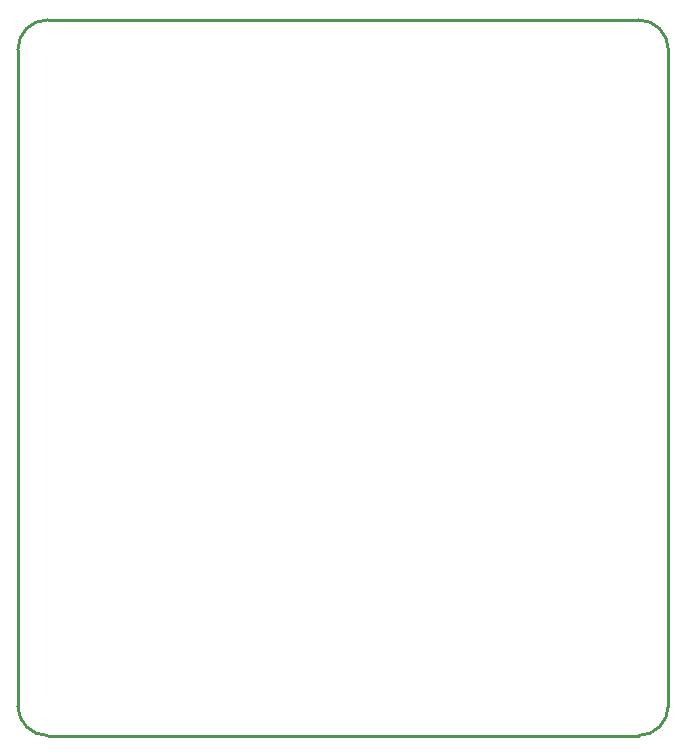
<source format=gbr>
%TF.GenerationSoftware,Altium Limited,Altium Designer,20.1.12 (249)*%
G04 Layer_Color=16711935*
%FSLAX26Y26*%
%MOIN*%
%TF.SameCoordinates,63403D4D-F3CE-4837-A966-4B93B91F9A20*%
%TF.FilePolarity,Positive*%
%TF.FileFunction,Other,Mechanical_1*%
%TF.Part,Single*%
G01*
G75*
%TA.AperFunction,NonConductor*%
%ADD18C,0.010000*%
D18*
X2172939Y2291422D02*
G03*
X2073547Y2390814I-99392J-0D01*
G01*
X104129Y2390827D02*
G03*
X5000Y2291698I0J-99129D01*
G01*
X2074503Y5158D02*
G03*
X2173228Y103883I-0J98725D01*
G01*
X5000Y103858D02*
G03*
X103858Y5000I98858J0D01*
G01*
X104129Y2390827D02*
X2073913D01*
X4921Y2291339D02*
X5000Y103858D01*
X2173228Y2294291D02*
X2173228Y103883D01*
X103858Y5000D02*
X2074503D01*
%TF.MD5,3500798671f516da016f78680dca947c*%
M02*

</source>
